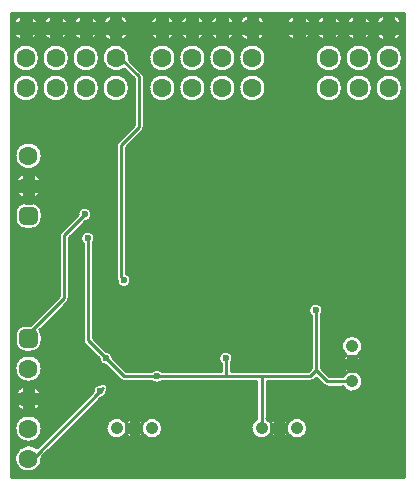
<source format=gbl>
G04 Generated by Ultiboard 14.1 *
%FSLAX24Y24*%
%MOIN*%

%ADD10C,0.0001*%
%ADD11C,0.0100*%
%ADD12C,0.0236*%
%ADD13C,0.0416*%
%ADD14C,0.0633*%
%ADD15R,0.0208X0.0208*%
%ADD16C,0.0392*%


G04 ColorRGB 0000FF for the following layer *
%LNCopper Bottom*%
%LPD*%
G54D10*
G36*
X13135Y151D02*
X13135Y151D01*
X51Y151D01*
X51Y15597D01*
X13135Y15597D01*
X13135Y151D01*
D02*
G37*
%LPC*%
G36*
X9198Y14262D02*
G75*
D01*
G03X9198Y14262I432J-149*
G01*
D02*
G37*
G36*
X9198Y13262D02*
G75*
D01*
G03X9198Y13262I432J-149*
G01*
D02*
G37*
G36*
X7371Y3934D02*
G75*
D01*
G03X7029Y3934I-171J166*
G01*
X7029Y3934D01*
X7029Y3671D01*
X5066Y3671D01*
G75*
D01*
G03X4734Y3671I-166J-171*
G01*
X4734Y3671D01*
X3871Y3671D01*
X3438Y4103D01*
G74*
D01*
G03X3203Y4338I238J3*
G01*
X3203Y4338D01*
X2771Y4771D01*
X2771Y7934D01*
G75*
D01*
G03X2429Y7934I-171J166*
G01*
X2429Y7934D01*
X2429Y4700D01*
G75*
D01*
G03X2479Y4579I171J0*
G01*
X2479Y4579D01*
X2962Y4097D01*
G74*
D01*
G03X3197Y3862I238J3*
G01*
X3197Y3862D01*
X3679Y3379D01*
G75*
D01*
G03X3800Y3329I121J121*
G01*
X3800Y3329D01*
X4734Y3329D01*
G75*
D01*
G03X5066Y3329I166J171*
G01*
X5066Y3329D01*
X8219Y3329D01*
X8219Y2083D01*
G75*
D01*
G03X8685Y1567I170J-314*
G01*
G74*
D01*
G03X8853Y1434I295J202*
G01*
X8853Y1434D01*
X8853Y1642D01*
X8724Y1642D01*
G75*
D01*
G03X8724Y1896I-335J127*
G01*
X8724Y1896D01*
X8853Y1896D01*
X8853Y2103D01*
G74*
D01*
G03X8685Y1971I127J334*
G01*
G74*
D01*
G03X8560Y2083I296J202*
G01*
X8560Y2083D01*
X8560Y3329D01*
X10000Y3329D01*
G74*
D01*
G03X10121Y3379I0J171*
G01*
X10121Y3379D01*
X10200Y3458D01*
X10450Y3209D01*
G75*
D01*
G03X10571Y3159I121J120*
G01*
X10571Y3159D01*
X11097Y3159D01*
G75*
D01*
G03X11613Y3625I314J170*
G01*
G74*
D01*
G03X11746Y3793I202J295*
G01*
X11746Y3793D01*
X11538Y3793D01*
X11538Y3664D01*
G75*
D01*
G03X11284Y3664I-127J-335*
G01*
X11284Y3664D01*
X11284Y3793D01*
X11077Y3793D01*
G74*
D01*
G03X11209Y3625I334J127*
G01*
G74*
D01*
G03X11097Y3500I202J296*
G01*
X11097Y3500D01*
X10641Y3500D01*
X10371Y3771D01*
X10371Y5534D01*
G75*
D01*
G03X10029Y5534I-171J166*
G01*
X10029Y5534D01*
X10029Y3771D01*
X9929Y3671D01*
X7371Y3671D01*
X7371Y3934D01*
D02*
G37*
G36*
X9107Y2103D02*
X9107Y2103D01*
X9107Y1896D01*
X9236Y1896D01*
G75*
D01*
G03X9236Y1642I335J-127*
G01*
X9236Y1642D01*
X9107Y1642D01*
X9107Y1434D01*
G74*
D01*
G03X9275Y1567I127J335*
G01*
G75*
D01*
G03X9275Y1971I296J202*
G01*
G74*
D01*
G03X9107Y2103I295J202*
G01*
D02*
G37*
G36*
X3529Y6800D02*
G75*
D01*
G03X3562Y6699I171J0*
G01*
G75*
D01*
G03X3871Y6927I238J1*
G01*
X3871Y6927D01*
X3871Y11129D01*
X4421Y11679D01*
G75*
D01*
G03X4471Y11800I-121J121*
G01*
X4471Y11800D01*
X4471Y13500D01*
G74*
D01*
G03X4421Y13621I171J0*
G01*
X4421Y13621D01*
X3983Y14058D01*
G75*
D01*
G03X3808Y13751I-453J55*
G01*
X3808Y13751D01*
X4129Y13429D01*
X4129Y11871D01*
X3579Y11321D01*
G75*
D01*
G03X3529Y11200I121J-121*
G01*
X3529Y11200D01*
X3529Y6800D01*
D02*
G37*
G36*
X13068Y15270D02*
G74*
D01*
G03X12787Y15551I334J53*
G01*
X12787Y15551D01*
X12787Y15270D01*
X13068Y15270D01*
D02*
G37*
G36*
X12484Y9923D02*
X12484Y9923D01*
X12484Y9784D01*
X12623Y9784D01*
G74*
D01*
G03X12484Y9923I223J84*
G01*
D02*
G37*
G36*
X12623Y9616D02*
X12623Y9616D01*
X12484Y9616D01*
X12484Y9477D01*
G74*
D01*
G03X12623Y9616I84J223*
G01*
D02*
G37*
G36*
X12177Y9784D02*
X12177Y9784D01*
X12316Y9784D01*
X12316Y9923D01*
G74*
D01*
G03X12177Y9784I84J223*
G01*
D02*
G37*
G36*
X12316Y9477D02*
X12316Y9477D01*
X12316Y9616D01*
X12177Y9616D01*
G74*
D01*
G03X12316Y9477I223J84*
G01*
D02*
G37*
G36*
X12341Y9700D02*
G75*
D01*
G03X12341Y9700I59J0*
G01*
D02*
G37*
G36*
X10177Y11584D02*
X10177Y11584D01*
X10316Y11584D01*
X10316Y11723D01*
G74*
D01*
G03X10177Y11584I84J223*
G01*
D02*
G37*
G36*
X10316Y11277D02*
X10316Y11277D01*
X10316Y11416D01*
X10177Y11416D01*
G74*
D01*
G03X10316Y11277I223J84*
G01*
D02*
G37*
G36*
X10484Y11723D02*
X10484Y11723D01*
X10484Y11584D01*
X10623Y11584D01*
G74*
D01*
G03X10484Y11723I223J84*
G01*
D02*
G37*
G36*
X10623Y11416D02*
X10623Y11416D01*
X10484Y11416D01*
X10484Y11277D01*
G74*
D01*
G03X10623Y11416I84J223*
G01*
D02*
G37*
G36*
X10341Y11500D02*
G75*
D01*
G03X10341Y11500I59J0*
G01*
D02*
G37*
G36*
X10173Y13113D02*
G75*
D01*
G03X10173Y13113I457J0*
G01*
D02*
G37*
G36*
X11173Y13113D02*
G75*
D01*
G03X11173Y13113I457J0*
G01*
D02*
G37*
G36*
X12173Y13113D02*
G75*
D01*
G03X12173Y13113I457J0*
G01*
D02*
G37*
G36*
X10173Y14113D02*
G75*
D01*
G03X10173Y14113I457J0*
G01*
D02*
G37*
G36*
X11173Y14113D02*
G75*
D01*
G03X11173Y14113I457J0*
G01*
D02*
G37*
G36*
X12173Y14113D02*
G75*
D01*
G03X12173Y14113I457J0*
G01*
D02*
G37*
G36*
X9468Y14686D02*
X9468Y14686D01*
X9468Y14951D01*
X9203Y14951D01*
G74*
D01*
G03X9468Y14686I427J162*
G01*
D02*
G37*
G36*
X9455Y15113D02*
G75*
D01*
G03X9455Y15113I175J0*
G01*
D02*
G37*
G36*
X10468Y14686D02*
X10468Y14686D01*
X10468Y14951D01*
X10203Y14951D01*
G74*
D01*
G03X10468Y14686I427J162*
G01*
D02*
G37*
G36*
X10057Y14951D02*
X10057Y14951D01*
X9792Y14951D01*
X9792Y14686D01*
G74*
D01*
G03X10057Y14951I162J427*
G01*
D02*
G37*
G36*
X11057Y14951D02*
X11057Y14951D01*
X10792Y14951D01*
X10792Y14686D01*
G74*
D01*
G03X11057Y14951I162J427*
G01*
D02*
G37*
G36*
X10455Y15113D02*
G75*
D01*
G03X10455Y15113I175J0*
G01*
D02*
G37*
G36*
X12057Y14951D02*
X12057Y14951D01*
X11792Y14951D01*
X11792Y14686D01*
G74*
D01*
G03X12057Y14951I162J427*
G01*
D02*
G37*
G36*
X11455Y15113D02*
G75*
D01*
G03X11455Y15113I175J0*
G01*
D02*
G37*
G36*
X11468Y14686D02*
X11468Y14686D01*
X11468Y14951D01*
X11203Y14951D01*
G74*
D01*
G03X11468Y14686I427J162*
G01*
D02*
G37*
G36*
X12434Y15113D02*
G75*
D01*
G03X12434Y15113I196J0*
G01*
D02*
G37*
G36*
X12192Y14957D02*
G74*
D01*
G03X12473Y14676I334J52*
G01*
X12473Y14676D01*
X12473Y14957D01*
X12192Y14957D01*
D02*
G37*
G36*
X12787Y14676D02*
G74*
D01*
G03X13068Y14957I53J333*
G01*
X13068Y14957D01*
X12787Y14957D01*
X12787Y14676D01*
D02*
G37*
G36*
X9203Y15275D02*
X9203Y15275D01*
X9468Y15275D01*
X9468Y15540D01*
G74*
D01*
G03X9203Y15275I162J427*
G01*
D02*
G37*
G36*
X10203Y15275D02*
X10203Y15275D01*
X10468Y15275D01*
X10468Y15540D01*
G74*
D01*
G03X10203Y15275I162J427*
G01*
D02*
G37*
G36*
X9792Y15540D02*
X9792Y15540D01*
X9792Y15275D01*
X10057Y15275D01*
G74*
D01*
G03X9792Y15540I427J162*
G01*
D02*
G37*
G36*
X10792Y15540D02*
X10792Y15540D01*
X10792Y15275D01*
X11057Y15275D01*
G74*
D01*
G03X10792Y15540I427J162*
G01*
D02*
G37*
G36*
X11792Y15540D02*
X11792Y15540D01*
X11792Y15275D01*
X12057Y15275D01*
G74*
D01*
G03X11792Y15540I427J162*
G01*
D02*
G37*
G36*
X11203Y15275D02*
X11203Y15275D01*
X11468Y15275D01*
X11468Y15540D01*
G74*
D01*
G03X11203Y15275I162J427*
G01*
D02*
G37*
G36*
X12473Y15551D02*
G74*
D01*
G03X12192Y15270I53J334*
G01*
X12192Y15270D01*
X12473Y15270D01*
X12473Y15551D01*
D02*
G37*
G36*
X10541Y7600D02*
G75*
D01*
G03X10541Y7600I59J0*
G01*
D02*
G37*
G36*
X11273Y3920D02*
G75*
D01*
G03X11273Y3920I138J0*
G01*
D02*
G37*
G36*
X11613Y4215D02*
G75*
D01*
G03X11209Y4215I-202J296*
G01*
G74*
D01*
G03X11077Y4047I202J295*
G01*
X11077Y4047D01*
X11284Y4047D01*
X11284Y4176D01*
G75*
D01*
G03X11538Y4176I127J335*
G01*
X11538Y4176D01*
X11538Y4047D01*
X11746Y4047D01*
G74*
D01*
G03X11613Y4215I335J127*
G01*
D02*
G37*
G36*
X10377Y7684D02*
X10377Y7684D01*
X10516Y7684D01*
X10516Y7823D01*
G74*
D01*
G03X10377Y7684I84J223*
G01*
D02*
G37*
G36*
X10684Y7823D02*
X10684Y7823D01*
X10684Y7684D01*
X10823Y7684D01*
G74*
D01*
G03X10684Y7823I223J84*
G01*
D02*
G37*
G36*
X10823Y7516D02*
X10823Y7516D01*
X10684Y7516D01*
X10684Y7377D01*
G74*
D01*
G03X10823Y7516I84J223*
G01*
D02*
G37*
G36*
X10516Y7377D02*
X10516Y7377D01*
X10516Y7516D01*
X10377Y7516D01*
G74*
D01*
G03X10516Y7377I223J84*
G01*
D02*
G37*
G36*
X6653Y15275D02*
X6653Y15275D01*
X6918Y15275D01*
X6918Y15540D01*
G74*
D01*
G03X6653Y15275I162J427*
G01*
D02*
G37*
G36*
X7507Y14951D02*
X7507Y14951D01*
X7242Y14951D01*
X7242Y14686D01*
G74*
D01*
G03X7507Y14951I162J427*
G01*
D02*
G37*
G36*
X8518Y15270D02*
G74*
D01*
G03X8237Y15551I334J53*
G01*
X8237Y15551D01*
X8237Y15270D01*
X8518Y15270D01*
D02*
G37*
G36*
X7923Y15551D02*
G74*
D01*
G03X7642Y15270I53J334*
G01*
X7642Y15270D01*
X7923Y15270D01*
X7923Y15551D01*
D02*
G37*
G36*
X8237Y14676D02*
G74*
D01*
G03X8518Y14957I53J333*
G01*
X8518Y14957D01*
X8237Y14957D01*
X8237Y14676D01*
D02*
G37*
G36*
X7884Y15113D02*
G75*
D01*
G03X7884Y15113I196J0*
G01*
D02*
G37*
G36*
X7642Y14957D02*
G74*
D01*
G03X7923Y14676I334J52*
G01*
X7923Y14676D01*
X7923Y14957D01*
X7642Y14957D01*
D02*
G37*
G36*
X6918Y14686D02*
X6918Y14686D01*
X6918Y14951D01*
X6653Y14951D01*
G74*
D01*
G03X6918Y14686I427J162*
G01*
D02*
G37*
G36*
X5653Y15275D02*
X5653Y15275D01*
X5918Y15275D01*
X5918Y15540D01*
G74*
D01*
G03X5653Y15275I162J427*
G01*
D02*
G37*
G36*
X6242Y15540D02*
X6242Y15540D01*
X6242Y15275D01*
X6507Y15275D01*
G74*
D01*
G03X6242Y15540I427J162*
G01*
D02*
G37*
G36*
X5918Y14686D02*
X5918Y14686D01*
X5918Y14951D01*
X5653Y14951D01*
G74*
D01*
G03X5918Y14686I427J162*
G01*
D02*
G37*
G36*
X6507Y14951D02*
X6507Y14951D01*
X6242Y14951D01*
X6242Y14686D01*
G74*
D01*
G03X6507Y14951I162J427*
G01*
D02*
G37*
G36*
X5905Y15113D02*
G75*
D01*
G03X5905Y15113I175J0*
G01*
D02*
G37*
G36*
X5242Y15540D02*
X5242Y15540D01*
X5242Y15275D01*
X5507Y15275D01*
G74*
D01*
G03X5242Y15540I427J162*
G01*
D02*
G37*
G36*
X4653Y15275D02*
X4653Y15275D01*
X4918Y15275D01*
X4918Y15540D01*
G74*
D01*
G03X4653Y15275I162J427*
G01*
D02*
G37*
G36*
X5507Y14951D02*
X5507Y14951D01*
X5242Y14951D01*
X5242Y14686D01*
G74*
D01*
G03X5507Y14951I162J427*
G01*
D02*
G37*
G36*
X4905Y15113D02*
G75*
D01*
G03X4905Y15113I175J0*
G01*
D02*
G37*
G36*
X4918Y14686D02*
X4918Y14686D01*
X4918Y14951D01*
X4653Y14951D01*
G74*
D01*
G03X4918Y14686I427J162*
G01*
D02*
G37*
G36*
X3373Y15551D02*
G74*
D01*
G03X3092Y15270I53J334*
G01*
X3092Y15270D01*
X3373Y15270D01*
X3373Y15551D01*
D02*
G37*
G36*
X3968Y15270D02*
G74*
D01*
G03X3687Y15551I334J53*
G01*
X3687Y15551D01*
X3687Y15270D01*
X3968Y15270D01*
D02*
G37*
G36*
X3687Y14676D02*
G74*
D01*
G03X3968Y14957I53J333*
G01*
X3968Y14957D01*
X3687Y14957D01*
X3687Y14676D01*
D02*
G37*
G36*
X3334Y15113D02*
G75*
D01*
G03X3334Y15113I196J0*
G01*
D02*
G37*
G36*
X3092Y14957D02*
G74*
D01*
G03X3373Y14676I334J52*
G01*
X3373Y14676D01*
X3373Y14957D01*
X3092Y14957D01*
D02*
G37*
G36*
X2692Y15540D02*
X2692Y15540D01*
X2692Y15275D01*
X2957Y15275D01*
G74*
D01*
G03X2692Y15540I427J162*
G01*
D02*
G37*
G36*
X2103Y15275D02*
X2103Y15275D01*
X2368Y15275D01*
X2368Y15540D01*
G74*
D01*
G03X2103Y15275I162J427*
G01*
D02*
G37*
G36*
X2957Y14951D02*
X2957Y14951D01*
X2692Y14951D01*
X2692Y14686D01*
G74*
D01*
G03X2957Y14951I162J427*
G01*
D02*
G37*
G36*
X2368Y14686D02*
X2368Y14686D01*
X2368Y14951D01*
X2103Y14951D01*
G74*
D01*
G03X2368Y14686I427J162*
G01*
D02*
G37*
G36*
X2355Y15113D02*
G75*
D01*
G03X2355Y15113I175J0*
G01*
D02*
G37*
G36*
X1692Y15540D02*
X1692Y15540D01*
X1692Y15275D01*
X1957Y15275D01*
G74*
D01*
G03X1692Y15540I427J162*
G01*
D02*
G37*
G36*
X1103Y15275D02*
X1103Y15275D01*
X1368Y15275D01*
X1368Y15540D01*
G74*
D01*
G03X1103Y15275I162J427*
G01*
D02*
G37*
G36*
X1957Y14951D02*
X1957Y14951D01*
X1692Y14951D01*
X1692Y14686D01*
G74*
D01*
G03X1957Y14951I162J427*
G01*
D02*
G37*
G36*
X1368Y14686D02*
X1368Y14686D01*
X1368Y14951D01*
X1103Y14951D01*
G74*
D01*
G03X1368Y14686I427J162*
G01*
D02*
G37*
G36*
X1355Y15113D02*
G75*
D01*
G03X1355Y15113I175J0*
G01*
D02*
G37*
G36*
X103Y15275D02*
X103Y15275D01*
X368Y15275D01*
X368Y15540D01*
G74*
D01*
G03X103Y15275I162J427*
G01*
D02*
G37*
G36*
X692Y15540D02*
X692Y15540D01*
X692Y15275D01*
X957Y15275D01*
G74*
D01*
G03X692Y15540I427J162*
G01*
D02*
G37*
G36*
X368Y14686D02*
X368Y14686D01*
X368Y14951D01*
X103Y14951D01*
G74*
D01*
G03X368Y14686I427J162*
G01*
D02*
G37*
G36*
X957Y14951D02*
X957Y14951D01*
X692Y14951D01*
X692Y14686D01*
G74*
D01*
G03X957Y14951I162J427*
G01*
D02*
G37*
G36*
X355Y15113D02*
G75*
D01*
G03X355Y15113I175J0*
G01*
D02*
G37*
G36*
X7623Y14113D02*
G75*
D01*
G03X7623Y14113I457J0*
G01*
D02*
G37*
G36*
X6623Y14113D02*
G75*
D01*
G03X6623Y14113I457J0*
G01*
D02*
G37*
G36*
X5623Y14113D02*
G75*
D01*
G03X5623Y14113I457J0*
G01*
D02*
G37*
G36*
X4623Y14113D02*
G75*
D01*
G03X4623Y14113I457J0*
G01*
D02*
G37*
G36*
X2073Y14113D02*
G75*
D01*
G03X2073Y14113I457J0*
G01*
D02*
G37*
G36*
X1073Y14113D02*
G75*
D01*
G03X1073Y14113I457J0*
G01*
D02*
G37*
G36*
X73Y14113D02*
G75*
D01*
G03X73Y14113I457J0*
G01*
D02*
G37*
G36*
X7623Y13113D02*
G75*
D01*
G03X7623Y13113I457J0*
G01*
D02*
G37*
G36*
X6623Y13113D02*
G75*
D01*
G03X6623Y13113I457J0*
G01*
D02*
G37*
G36*
X5623Y13113D02*
G75*
D01*
G03X5623Y13113I457J0*
G01*
D02*
G37*
G36*
X4623Y13113D02*
G75*
D01*
G03X4623Y13113I457J0*
G01*
D02*
G37*
G36*
X2073Y13113D02*
G75*
D01*
G03X2073Y13113I457J0*
G01*
D02*
G37*
G36*
X1073Y13113D02*
G75*
D01*
G03X1073Y13113I457J0*
G01*
D02*
G37*
G36*
X73Y13113D02*
G75*
D01*
G03X73Y13113I457J0*
G01*
D02*
G37*
G36*
X6723Y12316D02*
X6723Y12316D01*
X6584Y12316D01*
X6584Y12177D01*
G74*
D01*
G03X6723Y12316I84J223*
G01*
D02*
G37*
G36*
X6441Y12400D02*
G75*
D01*
G03X6441Y12400I59J0*
G01*
D02*
G37*
G36*
X6584Y12623D02*
X6584Y12623D01*
X6584Y12484D01*
X6723Y12484D01*
G74*
D01*
G03X6584Y12623I223J84*
G01*
D02*
G37*
G36*
X6277Y12484D02*
X6277Y12484D01*
X6416Y12484D01*
X6416Y12623D01*
G74*
D01*
G03X6277Y12484I84J223*
G01*
D02*
G37*
G36*
X6416Y12177D02*
X6416Y12177D01*
X6416Y12316D01*
X6277Y12316D01*
G74*
D01*
G03X6416Y12177I223J84*
G01*
D02*
G37*
G36*
X163Y10850D02*
G75*
D01*
G03X163Y10850I457J0*
G01*
D02*
G37*
G36*
X3073Y13113D02*
G75*
D01*
G03X3073Y13113I457J0*
G01*
D02*
G37*
G36*
X458Y9423D02*
X458Y9423D01*
X458Y9688D01*
X193Y9688D01*
G74*
D01*
G03X458Y9423I427J162*
G01*
D02*
G37*
G36*
X445Y9850D02*
G75*
D01*
G03X445Y9850I175J0*
G01*
D02*
G37*
G36*
X782Y10277D02*
X782Y10277D01*
X782Y10012D01*
X1047Y10012D01*
G74*
D01*
G03X782Y10277I427J162*
G01*
D02*
G37*
G36*
X193Y10012D02*
X193Y10012D01*
X458Y10012D01*
X458Y10277D01*
G74*
D01*
G03X193Y10012I162J427*
G01*
D02*
G37*
G36*
X1047Y9688D02*
X1047Y9688D01*
X782Y9688D01*
X782Y9423D01*
G74*
D01*
G03X1047Y9688I162J427*
G01*
D02*
G37*
G36*
X6905Y15113D02*
G75*
D01*
G03X6905Y15113I175J0*
G01*
D02*
G37*
G36*
X7242Y15540D02*
X7242Y15540D01*
X7242Y15275D01*
X7507Y15275D01*
G74*
D01*
G03X7242Y15540I427J162*
G01*
D02*
G37*
G36*
X2941Y8800D02*
G75*
D01*
G03X2941Y8800I59J0*
G01*
D02*
G37*
G36*
X3084Y9023D02*
X3084Y9023D01*
X3084Y8884D01*
X3223Y8884D01*
G74*
D01*
G03X3084Y9023I223J84*
G01*
D02*
G37*
G36*
X3223Y8716D02*
X3223Y8716D01*
X3084Y8716D01*
X3084Y8577D01*
G74*
D01*
G03X3223Y8716I84J223*
G01*
D02*
G37*
G36*
X2916Y8577D02*
X2916Y8577D01*
X2916Y8716D01*
X2777Y8716D01*
G74*
D01*
G03X2916Y8577I223J84*
G01*
D02*
G37*
G36*
X516Y8408D02*
X516Y8408D01*
X724Y8408D01*
G75*
D01*
G03X1062Y8746I0J338*
G01*
X1062Y8746D01*
X1062Y8954D01*
G74*
D01*
G03X724Y9292I338J0*
G01*
X724Y9292D01*
X516Y9292D01*
G75*
D01*
G03X178Y8954I0J-338*
G01*
X178Y8954D01*
X178Y8746D01*
G75*
D01*
G03X516Y8408I338J0*
G01*
D02*
G37*
G36*
X1077Y7584D02*
X1077Y7584D01*
X1216Y7584D01*
X1216Y7723D01*
G74*
D01*
G03X1077Y7584I84J223*
G01*
D02*
G37*
G36*
X1384Y7723D02*
X1384Y7723D01*
X1384Y7584D01*
X1523Y7584D01*
G74*
D01*
G03X1384Y7723I223J84*
G01*
D02*
G37*
G36*
X1523Y7416D02*
X1523Y7416D01*
X1384Y7416D01*
X1384Y7277D01*
G74*
D01*
G03X1523Y7416I84J223*
G01*
D02*
G37*
G36*
X1216Y7277D02*
X1216Y7277D01*
X1216Y7416D01*
X1077Y7416D01*
G74*
D01*
G03X1216Y7277I223J84*
G01*
D02*
G37*
G36*
X1241Y7500D02*
G75*
D01*
G03X1241Y7500I59J0*
G01*
D02*
G37*
G36*
X6816Y6777D02*
X6816Y6777D01*
X6816Y6916D01*
X6677Y6916D01*
G74*
D01*
G03X6816Y6777I223J84*
G01*
D02*
G37*
G36*
X6841Y7000D02*
G75*
D01*
G03X6841Y7000I59J0*
G01*
D02*
G37*
G36*
X6677Y7084D02*
X6677Y7084D01*
X6816Y7084D01*
X6816Y7223D01*
G74*
D01*
G03X6677Y7084I84J223*
G01*
D02*
G37*
G36*
X6984Y7223D02*
X6984Y7223D01*
X6984Y7084D01*
X7123Y7084D01*
G74*
D01*
G03X6984Y7223I223J84*
G01*
D02*
G37*
G36*
X7123Y6916D02*
X7123Y6916D01*
X6984Y6916D01*
X6984Y6777D01*
G74*
D01*
G03X7123Y6916I84J223*
G01*
D02*
G37*
G36*
X5784Y4423D02*
X5784Y4423D01*
X5784Y4284D01*
X5923Y4284D01*
G74*
D01*
G03X5784Y4423I223J84*
G01*
D02*
G37*
G36*
X5923Y4116D02*
X5923Y4116D01*
X5784Y4116D01*
X5784Y3977D01*
G74*
D01*
G03X5923Y4116I84J223*
G01*
D02*
G37*
G36*
X5641Y4200D02*
G75*
D01*
G03X5641Y4200I59J0*
G01*
D02*
G37*
G36*
X5477Y4284D02*
X5477Y4284D01*
X5616Y4284D01*
X5616Y4423D01*
G74*
D01*
G03X5477Y4284I84J223*
G01*
D02*
G37*
G36*
X5616Y3977D02*
X5616Y3977D01*
X5616Y4116D01*
X5477Y4116D01*
G74*
D01*
G03X5616Y3977I223J84*
G01*
D02*
G37*
G36*
X2077Y4184D02*
X2077Y4184D01*
X2216Y4184D01*
X2216Y4323D01*
G74*
D01*
G03X2077Y4184I84J223*
G01*
D02*
G37*
G36*
X2241Y4100D02*
G75*
D01*
G03X2241Y4100I59J0*
G01*
D02*
G37*
G36*
X2216Y3877D02*
X2216Y3877D01*
X2216Y4016D01*
X2077Y4016D01*
G74*
D01*
G03X2216Y3877I223J84*
G01*
D02*
G37*
G36*
X163Y3760D02*
G75*
D01*
G03X163Y3760I457J0*
G01*
D02*
G37*
G36*
X8842Y1769D02*
G75*
D01*
G03X8842Y1769I138J0*
G01*
D02*
G37*
G36*
X1000Y5058D02*
X1000Y5058D01*
X1921Y5979D01*
G75*
D01*
G03X1971Y6100I-121J121*
G01*
X1971Y6100D01*
X1971Y8129D01*
X2503Y8662D01*
G75*
D01*
G03X2262Y8903I-3J238*
G01*
X2262Y8903D01*
X1679Y8321D01*
G75*
D01*
G03X1629Y8200I121J-121*
G01*
X1629Y8200D01*
X1629Y6171D01*
X660Y5202D01*
X516Y5202D01*
G75*
D01*
G03X178Y4864I0J-338*
G01*
X178Y4864D01*
X178Y4656D01*
G75*
D01*
G03X516Y4318I338J0*
G01*
X516Y4318D01*
X724Y4318D01*
G75*
D01*
G03X1062Y4656I0J338*
G01*
X1062Y4656D01*
X1062Y4864D01*
G74*
D01*
G03X1000Y5058I338J0*
G01*
D02*
G37*
G36*
X2523Y4016D02*
X2523Y4016D01*
X2384Y4016D01*
X2384Y3877D01*
G74*
D01*
G03X2523Y4016I84J223*
G01*
D02*
G37*
G36*
X2384Y4323D02*
X2384Y4323D01*
X2384Y4184D01*
X2523Y4184D01*
G74*
D01*
G03X2384Y4323I223J84*
G01*
D02*
G37*
G36*
X888Y1130D02*
G75*
D01*
G03X1071Y830I-268J-370*
G01*
X1071Y830D01*
X3003Y2762D01*
G74*
D01*
G03X3238Y2999I3J238*
G01*
G75*
D01*
G03X2999Y3238I-138J101*
G01*
G74*
D01*
G03X2762Y3003I1J238*
G01*
X2762Y3003D01*
X888Y1130D01*
D02*
G37*
G36*
X163Y1760D02*
G75*
D01*
G03X163Y1760I457J0*
G01*
D02*
G37*
G36*
X3894Y1642D02*
G75*
D01*
G03X3894Y1896I-335J127*
G01*
X3894Y1896D01*
X4023Y1896D01*
X4023Y2103D01*
G74*
D01*
G03X3855Y1971I127J334*
G01*
G75*
D01*
G03X3855Y1567I-296J-202*
G01*
G74*
D01*
G03X4023Y1434I295J202*
G01*
X4023Y1434D01*
X4023Y1642D01*
X3894Y1642D01*
D02*
G37*
G36*
X4012Y1769D02*
G75*
D01*
G03X4012Y1769I138J0*
G01*
D02*
G37*
G36*
X1047Y2598D02*
X1047Y2598D01*
X782Y2598D01*
X782Y2333D01*
G74*
D01*
G03X1047Y2598I162J427*
G01*
D02*
G37*
G36*
X445Y2760D02*
G75*
D01*
G03X445Y2760I175J0*
G01*
D02*
G37*
G36*
X782Y3187D02*
X782Y3187D01*
X782Y2922D01*
X1047Y2922D01*
G74*
D01*
G03X782Y3187I427J162*
G01*
D02*
G37*
G36*
X458Y2333D02*
X458Y2333D01*
X458Y2598D01*
X193Y2598D01*
G74*
D01*
G03X458Y2333I427J162*
G01*
D02*
G37*
G36*
X193Y2922D02*
X193Y2922D01*
X458Y2922D01*
X458Y3187D01*
G74*
D01*
G03X193Y2922I162J427*
G01*
D02*
G37*
G36*
X4406Y1642D02*
X4406Y1642D01*
X4277Y1642D01*
X4277Y1434D01*
G74*
D01*
G03X4445Y1567I127J335*
G01*
G75*
D01*
G03X4445Y1971I296J202*
G01*
G74*
D01*
G03X4277Y2103I295J202*
G01*
X4277Y2103D01*
X4277Y1896D01*
X4406Y1896D01*
G75*
D01*
G03X4406Y1642I335J-127*
G01*
D02*
G37*
G36*
X2777Y8884D02*
X2777Y8884D01*
X2916Y8884D01*
X2916Y9023D01*
G74*
D01*
G03X2777Y8884I84J223*
G01*
D02*
G37*
%LPD*%
G54D11*
X9198Y14262D02*
G75*
D01*
G03X9198Y14262I432J-149*
G01*
X9198Y13262D02*
G75*
D01*
G03X9198Y13262I432J-149*
G01*
X7371Y3934D02*
G75*
D01*
G03X7029Y3934I-171J166*
G01*
X7029Y3671D01*
X5066Y3671D01*
G75*
D01*
G03X4734Y3671I-166J-171*
G01*
X3871Y3671D01*
X3438Y4103D01*
G74*
D01*
G03X3203Y4338I238J3*
G01*
X2771Y4771D01*
X2771Y7934D01*
G75*
D01*
G03X2429Y7934I-171J166*
G01*
X2429Y4700D01*
G75*
D01*
G03X2479Y4579I171J0*
G01*
X2962Y4097D01*
G74*
D01*
G03X3197Y3862I238J3*
G01*
X3679Y3379D01*
G75*
D01*
G03X3800Y3329I121J121*
G01*
X4734Y3329D01*
G75*
D01*
G03X5066Y3329I166J171*
G01*
X8219Y3329D01*
X8219Y2083D01*
G75*
D01*
G03X8685Y1567I170J-314*
G01*
G74*
D01*
G03X8853Y1434I295J202*
G01*
X8853Y1642D01*
X8724Y1642D01*
G75*
D01*
G03X8724Y1896I-335J127*
G01*
X8853Y1896D01*
X8853Y2103D01*
G74*
D01*
G03X8685Y1971I127J334*
G01*
G74*
D01*
G03X8560Y2083I296J202*
G01*
X8560Y3329D01*
X10000Y3329D01*
G74*
D01*
G03X10121Y3379I0J171*
G01*
X10200Y3458D01*
X10450Y3209D01*
G75*
D01*
G03X10571Y3159I121J120*
G01*
X11097Y3159D01*
G75*
D01*
G03X11613Y3625I314J170*
G01*
G74*
D01*
G03X11746Y3793I202J295*
G01*
X11538Y3793D01*
X11538Y3664D01*
G75*
D01*
G03X11284Y3664I-127J-335*
G01*
X11284Y3793D01*
X11077Y3793D01*
G74*
D01*
G03X11209Y3625I334J127*
G01*
G74*
D01*
G03X11097Y3500I202J296*
G01*
X10641Y3500D01*
X10371Y3771D01*
X10371Y5534D01*
G75*
D01*
G03X10029Y5534I-171J166*
G01*
X10029Y3771D01*
X9929Y3671D01*
X7371Y3671D01*
X7371Y3934D01*
X9107Y2103D02*
X9107Y1896D01*
X9236Y1896D01*
G75*
D01*
G03X9236Y1642I335J-127*
G01*
X9107Y1642D01*
X9107Y1434D01*
G74*
D01*
G03X9275Y1567I127J335*
G01*
G75*
D01*
G03X9275Y1971I296J202*
G01*
G74*
D01*
G03X9107Y2103I295J202*
G01*
X3529Y6800D02*
G75*
D01*
G03X3562Y6699I171J0*
G01*
G75*
D01*
G03X3871Y6927I238J1*
G01*
X3871Y11129D01*
X4421Y11679D01*
G75*
D01*
G03X4471Y11800I-121J121*
G01*
X4471Y13500D01*
G74*
D01*
G03X4421Y13621I171J0*
G01*
X3983Y14058D01*
G75*
D01*
G03X3808Y13751I-453J55*
G01*
X4129Y13429D01*
X4129Y11871D01*
X3579Y11321D01*
G75*
D01*
G03X3529Y11200I121J-121*
G01*
X3529Y6800D01*
X13068Y15270D02*
G74*
D01*
G03X12787Y15551I334J53*
G01*
X12787Y15270D01*
X13068Y15270D01*
X12484Y9923D02*
X12484Y9784D01*
X12623Y9784D01*
G74*
D01*
G03X12484Y9923I223J84*
G01*
X12623Y9616D02*
X12484Y9616D01*
X12484Y9477D01*
G74*
D01*
G03X12623Y9616I84J223*
G01*
X12177Y9784D02*
X12316Y9784D01*
X12316Y9923D01*
G74*
D01*
G03X12177Y9784I84J223*
G01*
X12316Y9477D02*
X12316Y9616D01*
X12177Y9616D01*
G74*
D01*
G03X12316Y9477I223J84*
G01*
X12341Y9700D02*
G75*
D01*
G03X12341Y9700I59J0*
G01*
X10177Y11584D02*
X10316Y11584D01*
X10316Y11723D01*
G74*
D01*
G03X10177Y11584I84J223*
G01*
X10316Y11277D02*
X10316Y11416D01*
X10177Y11416D01*
G74*
D01*
G03X10316Y11277I223J84*
G01*
X10484Y11723D02*
X10484Y11584D01*
X10623Y11584D01*
G74*
D01*
G03X10484Y11723I223J84*
G01*
X10623Y11416D02*
X10484Y11416D01*
X10484Y11277D01*
G74*
D01*
G03X10623Y11416I84J223*
G01*
X10341Y11500D02*
G75*
D01*
G03X10341Y11500I59J0*
G01*
X10173Y13113D02*
G75*
D01*
G03X10173Y13113I457J0*
G01*
X11173Y13113D02*
G75*
D01*
G03X11173Y13113I457J0*
G01*
X12173Y13113D02*
G75*
D01*
G03X12173Y13113I457J0*
G01*
X10173Y14113D02*
G75*
D01*
G03X10173Y14113I457J0*
G01*
X11173Y14113D02*
G75*
D01*
G03X11173Y14113I457J0*
G01*
X12173Y14113D02*
G75*
D01*
G03X12173Y14113I457J0*
G01*
X9468Y14686D02*
X9468Y14951D01*
X9203Y14951D01*
G74*
D01*
G03X9468Y14686I427J162*
G01*
X9455Y15113D02*
G75*
D01*
G03X9455Y15113I175J0*
G01*
X10468Y14686D02*
X10468Y14951D01*
X10203Y14951D01*
G74*
D01*
G03X10468Y14686I427J162*
G01*
X10057Y14951D02*
X9792Y14951D01*
X9792Y14686D01*
G74*
D01*
G03X10057Y14951I162J427*
G01*
X11057Y14951D02*
X10792Y14951D01*
X10792Y14686D01*
G74*
D01*
G03X11057Y14951I162J427*
G01*
X10455Y15113D02*
G75*
D01*
G03X10455Y15113I175J0*
G01*
X12057Y14951D02*
X11792Y14951D01*
X11792Y14686D01*
G74*
D01*
G03X12057Y14951I162J427*
G01*
X11455Y15113D02*
G75*
D01*
G03X11455Y15113I175J0*
G01*
X11468Y14686D02*
X11468Y14951D01*
X11203Y14951D01*
G74*
D01*
G03X11468Y14686I427J162*
G01*
X12434Y15113D02*
G75*
D01*
G03X12434Y15113I196J0*
G01*
X12192Y14957D02*
G74*
D01*
G03X12473Y14676I334J52*
G01*
X12473Y14957D01*
X12192Y14957D01*
X12787Y14676D02*
G74*
D01*
G03X13068Y14957I53J333*
G01*
X12787Y14957D01*
X12787Y14676D01*
X9203Y15275D02*
X9468Y15275D01*
X9468Y15540D01*
G74*
D01*
G03X9203Y15275I162J427*
G01*
X10203Y15275D02*
X10468Y15275D01*
X10468Y15540D01*
G74*
D01*
G03X10203Y15275I162J427*
G01*
X9792Y15540D02*
X9792Y15275D01*
X10057Y15275D01*
G74*
D01*
G03X9792Y15540I427J162*
G01*
X10792Y15540D02*
X10792Y15275D01*
X11057Y15275D01*
G74*
D01*
G03X10792Y15540I427J162*
G01*
X11792Y15540D02*
X11792Y15275D01*
X12057Y15275D01*
G74*
D01*
G03X11792Y15540I427J162*
G01*
X11203Y15275D02*
X11468Y15275D01*
X11468Y15540D01*
G74*
D01*
G03X11203Y15275I162J427*
G01*
X12473Y15551D02*
G74*
D01*
G03X12192Y15270I53J334*
G01*
X12473Y15270D01*
X12473Y15551D01*
X10541Y7600D02*
G75*
D01*
G03X10541Y7600I59J0*
G01*
X11273Y3920D02*
G75*
D01*
G03X11273Y3920I138J0*
G01*
X11613Y4215D02*
G75*
D01*
G03X11209Y4215I-202J296*
G01*
G74*
D01*
G03X11077Y4047I202J295*
G01*
X11284Y4047D01*
X11284Y4176D01*
G75*
D01*
G03X11538Y4176I127J335*
G01*
X11538Y4047D01*
X11746Y4047D01*
G74*
D01*
G03X11613Y4215I335J127*
G01*
X10377Y7684D02*
X10516Y7684D01*
X10516Y7823D01*
G74*
D01*
G03X10377Y7684I84J223*
G01*
X10684Y7823D02*
X10684Y7684D01*
X10823Y7684D01*
G74*
D01*
G03X10684Y7823I223J84*
G01*
X10823Y7516D02*
X10684Y7516D01*
X10684Y7377D01*
G74*
D01*
G03X10823Y7516I84J223*
G01*
X10516Y7377D02*
X10516Y7516D01*
X10377Y7516D01*
G74*
D01*
G03X10516Y7377I223J84*
G01*
X6653Y15275D02*
X6918Y15275D01*
X6918Y15540D01*
G74*
D01*
G03X6653Y15275I162J427*
G01*
X7507Y14951D02*
X7242Y14951D01*
X7242Y14686D01*
G74*
D01*
G03X7507Y14951I162J427*
G01*
X8518Y15270D02*
G74*
D01*
G03X8237Y15551I334J53*
G01*
X8237Y15270D01*
X8518Y15270D01*
X7923Y15551D02*
G74*
D01*
G03X7642Y15270I53J334*
G01*
X7923Y15270D01*
X7923Y15551D01*
X8237Y14676D02*
G74*
D01*
G03X8518Y14957I53J333*
G01*
X8237Y14957D01*
X8237Y14676D01*
X7884Y15113D02*
G75*
D01*
G03X7884Y15113I196J0*
G01*
X7642Y14957D02*
G74*
D01*
G03X7923Y14676I334J52*
G01*
X7923Y14957D01*
X7642Y14957D01*
X6918Y14686D02*
X6918Y14951D01*
X6653Y14951D01*
G74*
D01*
G03X6918Y14686I427J162*
G01*
X5653Y15275D02*
X5918Y15275D01*
X5918Y15540D01*
G74*
D01*
G03X5653Y15275I162J427*
G01*
X6242Y15540D02*
X6242Y15275D01*
X6507Y15275D01*
G74*
D01*
G03X6242Y15540I427J162*
G01*
X5918Y14686D02*
X5918Y14951D01*
X5653Y14951D01*
G74*
D01*
G03X5918Y14686I427J162*
G01*
X6507Y14951D02*
X6242Y14951D01*
X6242Y14686D01*
G74*
D01*
G03X6507Y14951I162J427*
G01*
X5905Y15113D02*
G75*
D01*
G03X5905Y15113I175J0*
G01*
X5242Y15540D02*
X5242Y15275D01*
X5507Y15275D01*
G74*
D01*
G03X5242Y15540I427J162*
G01*
X4653Y15275D02*
X4918Y15275D01*
X4918Y15540D01*
G74*
D01*
G03X4653Y15275I162J427*
G01*
X5507Y14951D02*
X5242Y14951D01*
X5242Y14686D01*
G74*
D01*
G03X5507Y14951I162J427*
G01*
X4905Y15113D02*
G75*
D01*
G03X4905Y15113I175J0*
G01*
X4918Y14686D02*
X4918Y14951D01*
X4653Y14951D01*
G74*
D01*
G03X4918Y14686I427J162*
G01*
X3373Y15551D02*
G74*
D01*
G03X3092Y15270I53J334*
G01*
X3373Y15270D01*
X3373Y15551D01*
X3968Y15270D02*
G74*
D01*
G03X3687Y15551I334J53*
G01*
X3687Y15270D01*
X3968Y15270D01*
X3687Y14676D02*
G74*
D01*
G03X3968Y14957I53J333*
G01*
X3687Y14957D01*
X3687Y14676D01*
X3334Y15113D02*
G75*
D01*
G03X3334Y15113I196J0*
G01*
X3092Y14957D02*
G74*
D01*
G03X3373Y14676I334J52*
G01*
X3373Y14957D01*
X3092Y14957D01*
X2692Y15540D02*
X2692Y15275D01*
X2957Y15275D01*
G74*
D01*
G03X2692Y15540I427J162*
G01*
X2103Y15275D02*
X2368Y15275D01*
X2368Y15540D01*
G74*
D01*
G03X2103Y15275I162J427*
G01*
X2957Y14951D02*
X2692Y14951D01*
X2692Y14686D01*
G74*
D01*
G03X2957Y14951I162J427*
G01*
X2368Y14686D02*
X2368Y14951D01*
X2103Y14951D01*
G74*
D01*
G03X2368Y14686I427J162*
G01*
X2355Y15113D02*
G75*
D01*
G03X2355Y15113I175J0*
G01*
X1692Y15540D02*
X1692Y15275D01*
X1957Y15275D01*
G74*
D01*
G03X1692Y15540I427J162*
G01*
X1103Y15275D02*
X1368Y15275D01*
X1368Y15540D01*
G74*
D01*
G03X1103Y15275I162J427*
G01*
X1957Y14951D02*
X1692Y14951D01*
X1692Y14686D01*
G74*
D01*
G03X1957Y14951I162J427*
G01*
X1368Y14686D02*
X1368Y14951D01*
X1103Y14951D01*
G74*
D01*
G03X1368Y14686I427J162*
G01*
X1355Y15113D02*
G75*
D01*
G03X1355Y15113I175J0*
G01*
X103Y15275D02*
X368Y15275D01*
X368Y15540D01*
G74*
D01*
G03X103Y15275I162J427*
G01*
X692Y15540D02*
X692Y15275D01*
X957Y15275D01*
G74*
D01*
G03X692Y15540I427J162*
G01*
X368Y14686D02*
X368Y14951D01*
X103Y14951D01*
G74*
D01*
G03X368Y14686I427J162*
G01*
X957Y14951D02*
X692Y14951D01*
X692Y14686D01*
G74*
D01*
G03X957Y14951I162J427*
G01*
X355Y15113D02*
G75*
D01*
G03X355Y15113I175J0*
G01*
X7623Y14113D02*
G75*
D01*
G03X7623Y14113I457J0*
G01*
X6623Y14113D02*
G75*
D01*
G03X6623Y14113I457J0*
G01*
X5623Y14113D02*
G75*
D01*
G03X5623Y14113I457J0*
G01*
X4623Y14113D02*
G75*
D01*
G03X4623Y14113I457J0*
G01*
X2073Y14113D02*
G75*
D01*
G03X2073Y14113I457J0*
G01*
X1073Y14113D02*
G75*
D01*
G03X1073Y14113I457J0*
G01*
X73Y14113D02*
G75*
D01*
G03X73Y14113I457J0*
G01*
X7623Y13113D02*
G75*
D01*
G03X7623Y13113I457J0*
G01*
X6623Y13113D02*
G75*
D01*
G03X6623Y13113I457J0*
G01*
X5623Y13113D02*
G75*
D01*
G03X5623Y13113I457J0*
G01*
X4623Y13113D02*
G75*
D01*
G03X4623Y13113I457J0*
G01*
X2073Y13113D02*
G75*
D01*
G03X2073Y13113I457J0*
G01*
X1073Y13113D02*
G75*
D01*
G03X1073Y13113I457J0*
G01*
X73Y13113D02*
G75*
D01*
G03X73Y13113I457J0*
G01*
X6723Y12316D02*
X6584Y12316D01*
X6584Y12177D01*
G74*
D01*
G03X6723Y12316I84J223*
G01*
X6441Y12400D02*
G75*
D01*
G03X6441Y12400I59J0*
G01*
X6584Y12623D02*
X6584Y12484D01*
X6723Y12484D01*
G74*
D01*
G03X6584Y12623I223J84*
G01*
X6277Y12484D02*
X6416Y12484D01*
X6416Y12623D01*
G74*
D01*
G03X6277Y12484I84J223*
G01*
X6416Y12177D02*
X6416Y12316D01*
X6277Y12316D01*
G74*
D01*
G03X6416Y12177I223J84*
G01*
X163Y10850D02*
G75*
D01*
G03X163Y10850I457J0*
G01*
X3073Y13113D02*
G75*
D01*
G03X3073Y13113I457J0*
G01*
X458Y9423D02*
X458Y9688D01*
X193Y9688D01*
G74*
D01*
G03X458Y9423I427J162*
G01*
X445Y9850D02*
G75*
D01*
G03X445Y9850I175J0*
G01*
X782Y10277D02*
X782Y10012D01*
X1047Y10012D01*
G74*
D01*
G03X782Y10277I427J162*
G01*
X193Y10012D02*
X458Y10012D01*
X458Y10277D01*
G74*
D01*
G03X193Y10012I162J427*
G01*
X1047Y9688D02*
X782Y9688D01*
X782Y9423D01*
G74*
D01*
G03X1047Y9688I162J427*
G01*
X6905Y15113D02*
G75*
D01*
G03X6905Y15113I175J0*
G01*
X7242Y15540D02*
X7242Y15275D01*
X7507Y15275D01*
G74*
D01*
G03X7242Y15540I427J162*
G01*
X2941Y8800D02*
G75*
D01*
G03X2941Y8800I59J0*
G01*
X3084Y9023D02*
X3084Y8884D01*
X3223Y8884D01*
G74*
D01*
G03X3084Y9023I223J84*
G01*
X3223Y8716D02*
X3084Y8716D01*
X3084Y8577D01*
G74*
D01*
G03X3223Y8716I84J223*
G01*
X2916Y8577D02*
X2916Y8716D01*
X2777Y8716D01*
G74*
D01*
G03X2916Y8577I223J84*
G01*
X516Y8408D02*
X724Y8408D01*
G75*
D01*
G03X1062Y8746I0J338*
G01*
X1062Y8954D01*
G74*
D01*
G03X724Y9292I338J0*
G01*
X516Y9292D01*
G75*
D01*
G03X178Y8954I0J-338*
G01*
X178Y8746D01*
G75*
D01*
G03X516Y8408I338J0*
G01*
X1077Y7584D02*
X1216Y7584D01*
X1216Y7723D01*
G74*
D01*
G03X1077Y7584I84J223*
G01*
X1384Y7723D02*
X1384Y7584D01*
X1523Y7584D01*
G74*
D01*
G03X1384Y7723I223J84*
G01*
X1523Y7416D02*
X1384Y7416D01*
X1384Y7277D01*
G74*
D01*
G03X1523Y7416I84J223*
G01*
X1216Y7277D02*
X1216Y7416D01*
X1077Y7416D01*
G74*
D01*
G03X1216Y7277I223J84*
G01*
X1241Y7500D02*
G75*
D01*
G03X1241Y7500I59J0*
G01*
X6816Y6777D02*
X6816Y6916D01*
X6677Y6916D01*
G74*
D01*
G03X6816Y6777I223J84*
G01*
X6841Y7000D02*
G75*
D01*
G03X6841Y7000I59J0*
G01*
X6677Y7084D02*
X6816Y7084D01*
X6816Y7223D01*
G74*
D01*
G03X6677Y7084I84J223*
G01*
X6984Y7223D02*
X6984Y7084D01*
X7123Y7084D01*
G74*
D01*
G03X6984Y7223I223J84*
G01*
X7123Y6916D02*
X6984Y6916D01*
X6984Y6777D01*
G74*
D01*
G03X7123Y6916I84J223*
G01*
X5784Y4423D02*
X5784Y4284D01*
X5923Y4284D01*
G74*
D01*
G03X5784Y4423I223J84*
G01*
X5923Y4116D02*
X5784Y4116D01*
X5784Y3977D01*
G74*
D01*
G03X5923Y4116I84J223*
G01*
X5641Y4200D02*
G75*
D01*
G03X5641Y4200I59J0*
G01*
X5477Y4284D02*
X5616Y4284D01*
X5616Y4423D01*
G74*
D01*
G03X5477Y4284I84J223*
G01*
X5616Y3977D02*
X5616Y4116D01*
X5477Y4116D01*
G74*
D01*
G03X5616Y3977I223J84*
G01*
X2077Y4184D02*
X2216Y4184D01*
X2216Y4323D01*
G74*
D01*
G03X2077Y4184I84J223*
G01*
X2241Y4100D02*
G75*
D01*
G03X2241Y4100I59J0*
G01*
X2216Y3877D02*
X2216Y4016D01*
X2077Y4016D01*
G74*
D01*
G03X2216Y3877I223J84*
G01*
X163Y3760D02*
G75*
D01*
G03X163Y3760I457J0*
G01*
X8842Y1769D02*
G75*
D01*
G03X8842Y1769I138J0*
G01*
X1000Y5058D02*
X1921Y5979D01*
G75*
D01*
G03X1971Y6100I-121J121*
G01*
X1971Y8129D01*
X2503Y8662D01*
G75*
D01*
G03X2262Y8903I-3J238*
G01*
X1679Y8321D01*
G75*
D01*
G03X1629Y8200I121J-121*
G01*
X1629Y6171D01*
X660Y5202D01*
X516Y5202D01*
G75*
D01*
G03X178Y4864I0J-338*
G01*
X178Y4656D01*
G75*
D01*
G03X516Y4318I338J0*
G01*
X724Y4318D01*
G75*
D01*
G03X1062Y4656I0J338*
G01*
X1062Y4864D01*
G74*
D01*
G03X1000Y5058I338J0*
G01*
X2523Y4016D02*
X2384Y4016D01*
X2384Y3877D01*
G74*
D01*
G03X2523Y4016I84J223*
G01*
X2384Y4323D02*
X2384Y4184D01*
X2523Y4184D01*
G74*
D01*
G03X2384Y4323I223J84*
G01*
X888Y1130D02*
G75*
D01*
G03X1071Y830I-268J-370*
G01*
X3003Y2762D01*
G74*
D01*
G03X3238Y2999I3J238*
G01*
G75*
D01*
G03X2999Y3238I-138J101*
G01*
G74*
D01*
G03X2762Y3003I1J238*
G01*
X888Y1130D01*
X163Y1760D02*
G75*
D01*
G03X163Y1760I457J0*
G01*
X3894Y1642D02*
G75*
D01*
G03X3894Y1896I-335J127*
G01*
X4023Y1896D01*
X4023Y2103D01*
G74*
D01*
G03X3855Y1971I127J334*
G01*
G75*
D01*
G03X3855Y1567I-296J-202*
G01*
G74*
D01*
G03X4023Y1434I295J202*
G01*
X4023Y1642D01*
X3894Y1642D01*
X4012Y1769D02*
G75*
D01*
G03X4012Y1769I138J0*
G01*
X1047Y2598D02*
X782Y2598D01*
X782Y2333D01*
G74*
D01*
G03X1047Y2598I162J427*
G01*
X445Y2760D02*
G75*
D01*
G03X445Y2760I175J0*
G01*
X782Y3187D02*
X782Y2922D01*
X1047Y2922D01*
G74*
D01*
G03X782Y3187I427J162*
G01*
X458Y2333D02*
X458Y2598D01*
X193Y2598D01*
G74*
D01*
G03X458Y2333I427J162*
G01*
X193Y2922D02*
X458Y2922D01*
X458Y3187D01*
G74*
D01*
G03X193Y2922I162J427*
G01*
X4406Y1642D02*
X4277Y1642D01*
X4277Y1434D01*
G74*
D01*
G03X4445Y1567I127J335*
G01*
G75*
D01*
G03X4445Y1971I296J202*
G01*
G74*
D01*
G03X4277Y2103I295J202*
G01*
X4277Y1896D01*
X4406Y1896D01*
G75*
D01*
G03X4406Y1642I335J-127*
G01*
X2777Y8884D02*
X2916Y8884D01*
X2916Y9023D01*
G74*
D01*
G03X2777Y8884I84J223*
G01*
X13135Y151D02*
X51Y151D01*
X51Y15597D01*
X13135Y15597D01*
X13135Y151D01*
X620Y760D02*
X760Y760D01*
X3100Y3100D01*
X10200Y3700D02*
X10200Y5700D01*
X3800Y3500D02*
X10000Y3500D01*
X10200Y3700D01*
X7200Y3500D02*
X7200Y4100D01*
X8389Y1769D02*
X8389Y3489D01*
X2600Y4700D02*
X3800Y3500D01*
X2600Y8100D02*
X2600Y4700D01*
X620Y4760D02*
X620Y4920D01*
X1800Y6100D01*
X1800Y8200D01*
X2500Y8900D01*
X3530Y14113D02*
X3687Y14113D01*
X4300Y13500D01*
X4300Y11800D02*
X4300Y13500D01*
X4300Y11800D02*
X3700Y11200D01*
X3700Y6800D01*
X3800Y6700D01*
X10200Y3700D02*
X10571Y3329D01*
X11411Y3329D01*
G54D12*
X10400Y11500D03*
X12400Y9700D03*
X10600Y7600D03*
X10200Y5700D03*
X7200Y4100D03*
X4900Y3500D03*
X5700Y4200D03*
X6900Y7000D03*
X2300Y4100D03*
X3200Y4100D03*
X1300Y7500D03*
X3000Y8800D03*
X2600Y8100D03*
X3000Y3000D03*
X2500Y8900D03*
X6500Y12400D03*
X3800Y6700D03*
G54D13*
X8389Y1769D03*
X9571Y1769D03*
X8980Y1769D03*
X3559Y1769D03*
X4741Y1769D03*
X4150Y1769D03*
X11411Y3329D03*
X11411Y4511D03*
X11411Y3920D03*
G54D14*
X620Y3760D03*
X620Y2760D03*
X620Y760D03*
X620Y1760D03*
X620Y9850D03*
X620Y10850D03*
X10630Y14113D03*
X12630Y14113D03*
X11630Y14113D03*
X9630Y14113D03*
X10630Y15113D03*
X11630Y15113D03*
X9630Y15113D03*
X12630Y13113D03*
X11630Y13113D03*
X10630Y13113D03*
X9630Y13113D03*
X6080Y14113D03*
X8080Y14113D03*
X7080Y14113D03*
X5080Y14113D03*
X6080Y15113D03*
X7080Y15113D03*
X5080Y15113D03*
X8080Y13113D03*
X7080Y13113D03*
X6080Y13113D03*
X5080Y13113D03*
X1530Y14113D03*
X3530Y14113D03*
X2530Y14113D03*
X530Y14113D03*
X1530Y15113D03*
X2530Y15113D03*
X530Y15113D03*
X3530Y13113D03*
X2530Y13113D03*
X1530Y13113D03*
X530Y13113D03*
G54D15*
X620Y4760D03*
X620Y8850D03*
X12630Y15113D03*
X8080Y15113D03*
X3530Y15113D03*
G54D16*
X516Y4656D02*
X724Y4656D01*
X724Y4864D01*
X516Y4864D01*
X516Y4656D01*D02*
X516Y8746D02*
X724Y8746D01*
X724Y8954D01*
X516Y8954D01*
X516Y8746D01*D02*
X12526Y15009D02*
X12734Y15009D01*
X12734Y15217D01*
X12526Y15217D01*
X12526Y15009D01*D02*
X7976Y15009D02*
X8184Y15009D01*
X8184Y15217D01*
X7976Y15217D01*
X7976Y15009D01*D02*
X3426Y15009D02*
X3634Y15009D01*
X3634Y15217D01*
X3426Y15217D01*
X3426Y15009D01*D02*

M02*

</source>
